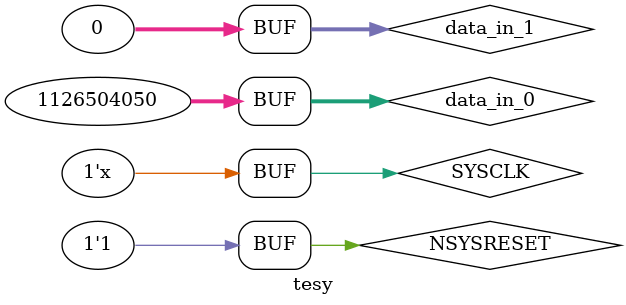
<source format=v>

`timescale 1ns/100ps

module tesy;

parameter SYSCLK_PERIOD = 20;// 50MHZ

reg SYSCLK;
reg NSYSRESET;
reg [31:0]data_in_0, data_in_1;
wire SPISDO_0, SPISDO_1, SPISCLKO, SPIMODE, SPIRXAVAIL;
wire [31:0]data_0, data_1;

initial
begin
    SYSCLK = 1'b0;
    NSYSRESET = 1'b0;
end

//////////////////////////////////////////////////////////////////////
// Reset Pulse
//////////////////////////////////////////////////////////////////////
initial
begin
    #(SYSCLK_PERIOD * 10 )
        NSYSRESET = 1'b1;
end


//////////////////////////////////////////////////////////////////////
// Clock Driver
//////////////////////////////////////////////////////////////////////
always @(SYSCLK)
    #(SYSCLK_PERIOD / 2.0) SYSCLK <= !SYSCLK;

initial
begin
        data_in_0 <= 32'hAABB0134;
        data_in_1 <= 32'h12345678;
    #(SYSCLK_PERIOD * 500 )
        data_in_0 <= 32'hAABB0134;
        data_in_1 <= 32'h00;
    #(SYSCLK_PERIOD * 500 )
        data_in_0 <= 32'h43251672;
    #(SYSCLK_PERIOD * 500 )
        data_in_0 <= 32'h03;
    #(SYSCLK_PERIOD * 500 )
        data_in_0 <= 32'hAABB0134;
    #(SYSCLK_PERIOD * 500 )
        data_in_0 <= 32'h43251672;
end

//////////////////////////////////////////////////////////////////////
// Instantiate Unit Under Test:  top_0
//////////////////////////////////////////////////////////////////////
top_0 top_0_0 (
    // Inputs
    .PCLK(SYSCLK),
    .PRESETN(NSYSRESET),
    .data_in_0({32{1'b0}}),
    .data_in_1({32{1'b0}}),

    // Outputs
    .SPISDO_0(SPISDO_0),
    .SPIMODE(SPIMODE),
    .SPISCLKO(SPISCLKO),
    .SPISDO_1(SPISDO_1),
    .data_0(data_0),
    .data_1(data_1),
    .SPIRXAVAIL(SPIRXAVAIL)

    // Inouts

);

endmodule


</source>
